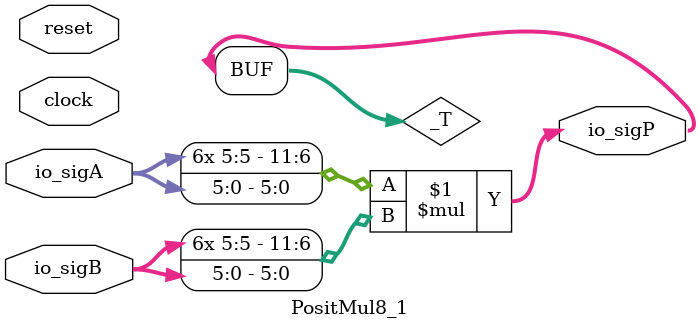
<source format=v>
module PositMul8_1(
  input         clock,
  input         reset,
  input  [5:0]  io_sigA,
  input  [5:0]  io_sigB,
  output [11:0] io_sigP
);
  wire [11:0] _T; // @[PositMul.scala 17:26]
  assign _T = $signed(io_sigA) * $signed(io_sigB); // @[PositMul.scala 17:26]
  assign io_sigP = $unsigned(_T); // @[PositMul.scala 17:13]
endmodule

</source>
